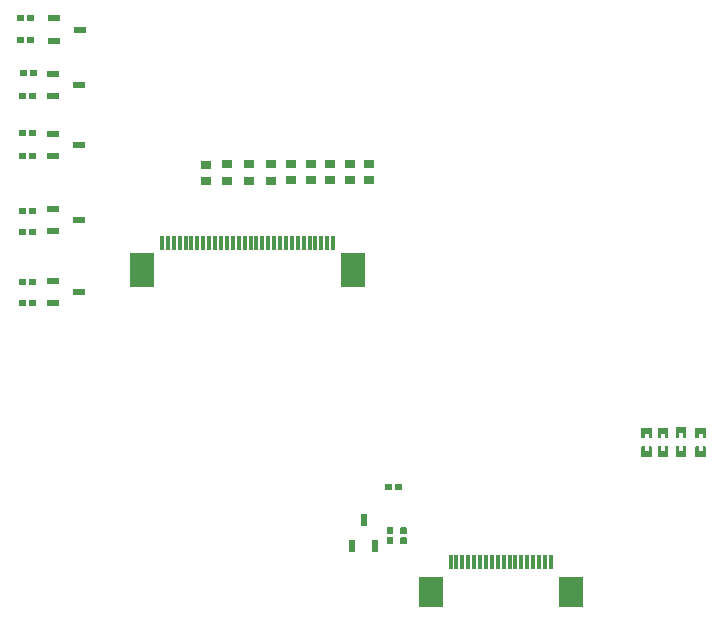
<source format=gbr>
%TF.GenerationSoftware,Altium Limited,Altium Designer,22.5.1 (42)*%
G04 Layer_Color=128*
%FSLAX45Y45*%
%MOMM*%
%TF.SameCoordinates,ADDB7551-072C-4BAF-947E-D85C9ED3ECA7*%
%TF.FilePolarity,Positive*%
%TF.FileFunction,Paste,Bot*%
%TF.Part,Single*%
G01*
G75*
%TA.AperFunction,SMDPad,CuDef*%
%ADD22R,0.30000X1.30000*%
%ADD23R,2.00000X2.99999*%
%ADD24R,1.03749X0.53200*%
%ADD25R,0.53200X1.03749*%
%TA.AperFunction,ConnectorPad*%
%ADD27R,2.00000X2.50000*%
%ADD28R,0.30000X1.25001*%
%TA.AperFunction,SMDPad,CuDef*%
%ADD29R,0.90000X0.80000*%
G36*
X1049465Y5039500D02*
Y4993500D01*
X1045464Y4989500D01*
X995401D01*
X991400Y4993500D01*
Y5039500D01*
X995401Y5043500D01*
X1045464D01*
X1049465Y5039500D01*
D02*
G37*
G36*
X964400D02*
Y4993500D01*
X960399Y4989500D01*
X910336D01*
X906335Y4993500D01*
Y5039500D01*
X910336Y5043500D01*
X960399D01*
X964400Y5039500D01*
D02*
G37*
G36*
X1049465Y4849000D02*
Y4803000D01*
X1045464Y4799000D01*
X995401D01*
X991400Y4803000D01*
Y4849000D01*
X995401Y4853000D01*
X1045464D01*
X1049465Y4849000D01*
D02*
G37*
G36*
X964400D02*
Y4803000D01*
X960399Y4799000D01*
X910336D01*
X906335Y4803000D01*
Y4849000D01*
X910336Y4853000D01*
X960399D01*
X964400Y4849000D01*
D02*
G37*
G36*
X1074864Y4569600D02*
Y4523600D01*
X1070864Y4519600D01*
X1020801D01*
X1016800Y4523600D01*
Y4569600D01*
X1020801Y4573600D01*
X1070864D01*
X1074864Y4569600D01*
D02*
G37*
G36*
X989800D02*
Y4523600D01*
X985799Y4519600D01*
X935736D01*
X931736Y4523600D01*
Y4569600D01*
X935736Y4573600D01*
X985799D01*
X989800Y4569600D01*
D02*
G37*
G36*
X1067346Y4379100D02*
Y4333100D01*
X1063346Y4329100D01*
X1013282D01*
X1009282Y4333100D01*
Y4379100D01*
X1013282Y4383100D01*
X1063346D01*
X1067346Y4379100D01*
D02*
G37*
G36*
X982282D02*
Y4333100D01*
X978281Y4329100D01*
X928218D01*
X924217Y4333100D01*
Y4379100D01*
X928218Y4383100D01*
X978281D01*
X982282Y4379100D01*
D02*
G37*
G36*
X1067346Y4061600D02*
Y4015600D01*
X1063346Y4011600D01*
X1013282D01*
X1009282Y4015600D01*
Y4061600D01*
X1013282Y4065600D01*
X1063346D01*
X1067346Y4061600D01*
D02*
G37*
G36*
X982282D02*
Y4015600D01*
X978281Y4011600D01*
X928218D01*
X924217Y4015600D01*
Y4061600D01*
X928218Y4065600D01*
X978281D01*
X982282Y4061600D01*
D02*
G37*
G36*
X1067346Y3871100D02*
Y3825100D01*
X1063346Y3821100D01*
X1013282D01*
X1009282Y3825100D01*
Y3871100D01*
X1013282Y3875100D01*
X1063346D01*
X1067346Y3871100D01*
D02*
G37*
G36*
X982282D02*
Y3825100D01*
X978281Y3821100D01*
X928218D01*
X924217Y3825100D01*
Y3871100D01*
X928218Y3875100D01*
X978281D01*
X982282Y3871100D01*
D02*
G37*
G36*
X1067346Y3401200D02*
Y3355200D01*
X1063346Y3351200D01*
X1013282D01*
X1009282Y3355200D01*
Y3401200D01*
X1013282Y3405200D01*
X1063346D01*
X1067346Y3401200D01*
D02*
G37*
G36*
X982282D02*
Y3355200D01*
X978281Y3351200D01*
X928218D01*
X924217Y3355200D01*
Y3401200D01*
X928218Y3405200D01*
X978281D01*
X982282Y3401200D01*
D02*
G37*
G36*
X1067346Y3223400D02*
Y3177400D01*
X1063346Y3173400D01*
X1013282D01*
X1009282Y3177400D01*
Y3223400D01*
X1013282Y3227400D01*
X1063346D01*
X1067346Y3223400D01*
D02*
G37*
G36*
X982282D02*
Y3177400D01*
X978281Y3173400D01*
X928218D01*
X924217Y3177400D01*
Y3223400D01*
X928218Y3227400D01*
X978281D01*
X982282Y3223400D01*
D02*
G37*
G36*
X1067346Y2804300D02*
Y2758300D01*
X1063346Y2754300D01*
X1013282D01*
X1009282Y2758300D01*
Y2804300D01*
X1013282Y2808300D01*
X1063346D01*
X1067346Y2804300D01*
D02*
G37*
G36*
X982282D02*
Y2758300D01*
X978281Y2754300D01*
X928218D01*
X924217Y2758300D01*
Y2804300D01*
X928218Y2808300D01*
X978281D01*
X982282Y2804300D01*
D02*
G37*
G36*
X1067346Y2626500D02*
Y2580500D01*
X1063346Y2576500D01*
X1013282D01*
X1009282Y2580500D01*
Y2626500D01*
X1013282Y2630500D01*
X1063346D01*
X1067346Y2626500D01*
D02*
G37*
G36*
X982282D02*
Y2580500D01*
X978281Y2576500D01*
X928218D01*
X924217Y2580500D01*
Y2626500D01*
X928218Y2630500D01*
X978281D01*
X982282Y2626500D01*
D02*
G37*
G36*
X6572801Y1542773D02*
Y1463774D01*
X6567802Y1458775D01*
X6543599D01*
Y1496774D01*
X6510599D01*
Y1458775D01*
X6487803D01*
X6482801Y1463774D01*
Y1542773D01*
X6487803Y1547774D01*
X6567802D01*
X6572801Y1542773D01*
D02*
G37*
G36*
X6737901Y1541897D02*
Y1462898D01*
X6732902Y1457899D01*
X6708699D01*
Y1495897D01*
X6675699D01*
Y1457899D01*
X6652903D01*
X6647901Y1462898D01*
Y1541897D01*
X6652903Y1546898D01*
X6732902D01*
X6737901Y1541897D01*
D02*
G37*
G36*
X6420401D02*
Y1462898D01*
X6415402Y1457899D01*
X6391199D01*
Y1495897D01*
X6358199D01*
Y1457899D01*
X6335403D01*
X6330401Y1462898D01*
Y1541897D01*
X6335403Y1546898D01*
X6415402D01*
X6420401Y1541897D01*
D02*
G37*
G36*
X6280701D02*
Y1462898D01*
X6275702Y1457899D01*
X6251499D01*
Y1495897D01*
X6218499D01*
Y1457899D01*
X6195703D01*
X6190701Y1462898D01*
Y1541897D01*
X6195703Y1546898D01*
X6275702D01*
X6280701Y1541897D01*
D02*
G37*
G36*
X6572801Y1383774D02*
Y1303774D01*
X6567802Y1298776D01*
X6487803D01*
X6482801Y1303774D01*
Y1383774D01*
X6487803Y1388775D01*
X6510599D01*
Y1351775D01*
X6543599D01*
Y1388775D01*
X6567802D01*
X6572801Y1383774D01*
D02*
G37*
G36*
X6737901Y1382898D02*
Y1302898D01*
X6732902Y1297899D01*
X6652903D01*
X6647901Y1302898D01*
Y1382898D01*
X6652903Y1387899D01*
X6675699D01*
Y1350899D01*
X6708699D01*
Y1387899D01*
X6732902D01*
X6737901Y1382898D01*
D02*
G37*
G36*
X6420401D02*
Y1302898D01*
X6415402Y1297899D01*
X6335403D01*
X6330401Y1302898D01*
Y1382898D01*
X6335403Y1387899D01*
X6358199D01*
Y1350899D01*
X6391199D01*
Y1387899D01*
X6415402D01*
X6420401Y1382898D01*
D02*
G37*
G36*
X6280701D02*
Y1302898D01*
X6275702Y1297899D01*
X6195703D01*
X6190701Y1302898D01*
Y1382898D01*
X6195703Y1387899D01*
X6218499D01*
Y1350899D01*
X6251499D01*
Y1387899D01*
X6275702D01*
X6280701Y1382898D01*
D02*
G37*
G36*
X4160965Y1064400D02*
Y1018400D01*
X4156964Y1014400D01*
X4106901D01*
X4102900Y1018400D01*
Y1064400D01*
X4106901Y1068400D01*
X4156964D01*
X4160965Y1064400D01*
D02*
G37*
G36*
X4075900D02*
Y1018400D01*
X4071899Y1014400D01*
X4021836D01*
X4017835Y1018400D01*
Y1064400D01*
X4021836Y1068400D01*
X4071899D01*
X4075900Y1064400D01*
D02*
G37*
G36*
X4205300Y697382D02*
Y647319D01*
X4201300Y643318D01*
X4155300D01*
X4151300Y647319D01*
Y697382D01*
X4155300Y701383D01*
X4201300D01*
X4205300Y697382D01*
D02*
G37*
G36*
X4091000D02*
Y647319D01*
X4087000Y643318D01*
X4041000D01*
X4037000Y647319D01*
Y697382D01*
X4041000Y701383D01*
X4087000D01*
X4091000Y697382D01*
D02*
G37*
G36*
X4205300Y612318D02*
Y562254D01*
X4201300Y558254D01*
X4155300D01*
X4151300Y562254D01*
Y612318D01*
X4155300Y616318D01*
X4201300D01*
X4205300Y612318D01*
D02*
G37*
G36*
X4091000D02*
Y562254D01*
X4087000Y558254D01*
X4041000D01*
X4037000Y562254D01*
Y612318D01*
X4041000Y616318D01*
X4087000D01*
X4091000Y612318D01*
D02*
G37*
D22*
X2231407Y3111500D02*
D03*
X2181420D02*
D03*
X2131407D02*
D03*
X2481419D02*
D03*
X2331407D02*
D03*
X2281420D02*
D03*
X2531406D02*
D03*
X2381419D02*
D03*
X2581419D02*
D03*
X2431407D02*
D03*
X3231405D02*
D03*
X3131405D02*
D03*
X3181418D02*
D03*
X3081418D02*
D03*
X3031405D02*
D03*
X2981418D02*
D03*
X2881418D02*
D03*
X2831406D02*
D03*
X2781419D02*
D03*
X2731406D02*
D03*
X2931406D02*
D03*
X2681419D02*
D03*
X2631406D02*
D03*
X3281418D02*
D03*
X3481417D02*
D03*
X3431405D02*
D03*
X3381417D02*
D03*
X3331405D02*
D03*
X3531404D02*
D03*
X3581417D02*
D03*
D23*
X1966424Y2876512D02*
D03*
X3746428D02*
D03*
D24*
X1430924Y3937000D02*
D03*
X1210676Y4032001D02*
D03*
Y3841999D02*
D03*
X1430924Y3302000D02*
D03*
X1210676Y3397001D02*
D03*
Y3206999D02*
D03*
X1430924Y2692400D02*
D03*
X1210676Y2787401D02*
D03*
Y2597399D02*
D03*
X1215903Y4819899D02*
D03*
Y5009901D02*
D03*
X1436152Y4914900D02*
D03*
X1210676Y4349999D02*
D03*
Y4540001D02*
D03*
X1430924Y4445000D02*
D03*
D25*
X3933698Y543677D02*
D03*
X3743696D02*
D03*
X3838697Y763925D02*
D03*
D27*
X4406001Y154150D02*
D03*
X5593999Y150647D02*
D03*
D28*
X4575007Y408148D02*
D03*
X4625020D02*
D03*
X4675007D02*
D03*
X4725020D02*
D03*
X4775007D02*
D03*
X4825019D02*
D03*
X5424995Y408153D02*
D03*
X5375008D02*
D03*
X5324995D02*
D03*
X5275008D02*
D03*
X5224996D02*
D03*
X5175008D02*
D03*
X5124996D02*
D03*
X5075009D02*
D03*
X5024996D02*
D03*
X4975009D02*
D03*
X4924996D02*
D03*
X4875009D02*
D03*
D29*
X3225800Y3778390D02*
D03*
Y3638410D02*
D03*
X3886200D02*
D03*
Y3778390D02*
D03*
X3721100Y3638410D02*
D03*
Y3778390D02*
D03*
X3556000Y3638410D02*
D03*
Y3778390D02*
D03*
X3390900Y3638410D02*
D03*
Y3778390D02*
D03*
X3053810Y3773729D02*
D03*
Y3633749D02*
D03*
X2869660Y3773729D02*
D03*
Y3633749D02*
D03*
X2685510Y3773729D02*
D03*
Y3633749D02*
D03*
X2501902Y3632200D02*
D03*
Y3772179D02*
D03*
%TF.MD5,02fe4ea21fb860219002eda77ec9abb6*%
M02*

</source>
